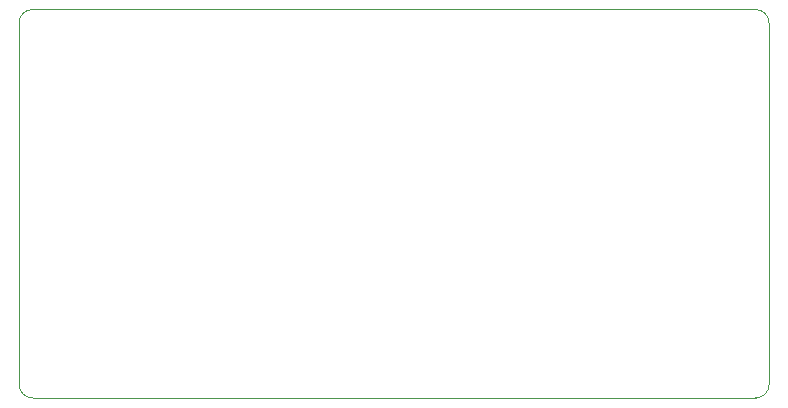
<source format=gm1>
%TF.GenerationSoftware,KiCad,Pcbnew,(5.1.9)-1*%
%TF.CreationDate,2021-05-17T19:38:57-07:00*%
%TF.ProjectId,ShiftRegBoard,53686966-7452-4656-9742-6f6172642e6b,rev?*%
%TF.SameCoordinates,Original*%
%TF.FileFunction,Profile,NP*%
%FSLAX46Y46*%
G04 Gerber Fmt 4.6, Leading zero omitted, Abs format (unit mm)*
G04 Created by KiCad (PCBNEW (5.1.9)-1) date 2021-05-17 19:38:57*
%MOMM*%
%LPD*%
G01*
G04 APERTURE LIST*
%TA.AperFunction,Profile*%
%ADD10C,0.050000*%
%TD*%
G04 APERTURE END LIST*
D10*
X70993000Y-63500000D02*
X132207000Y-63500000D01*
X69850000Y-31724600D02*
X69850000Y-62357000D01*
X132207000Y-30607000D02*
X70967600Y-30607000D01*
X133350000Y-62357000D02*
X133350000Y-31750000D01*
X132207000Y-30607000D02*
G75*
G02*
X133350000Y-31750000I0J-1143000D01*
G01*
X133350000Y-62357000D02*
G75*
G02*
X132207000Y-63500000I-1143000J0D01*
G01*
X70993000Y-63500000D02*
G75*
G02*
X69850000Y-62357000I0J1143000D01*
G01*
X69850000Y-31724600D02*
G75*
G02*
X70967600Y-30607000I1117600J0D01*
G01*
M02*

</source>
